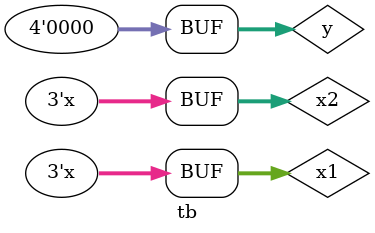
<source format=sv>
`timescale 1ns / 1ps


module tb();
    localparam int PERIOD = 80;
    
    logic [2 : 0] x1 = 3'b000;
    logic [2 : 0] x2 = 3'b000;
    logic [3 : 0] y = 4'b0000;
    
    always #(PERIOD/8) x1 = x1 + 1;
    always #(PERIOD) x2 = x2 + 1;

    lab41 testt(
    .x1 (x1),
    .x2 (x2),
    .y (y));
    
endmodule

</source>
